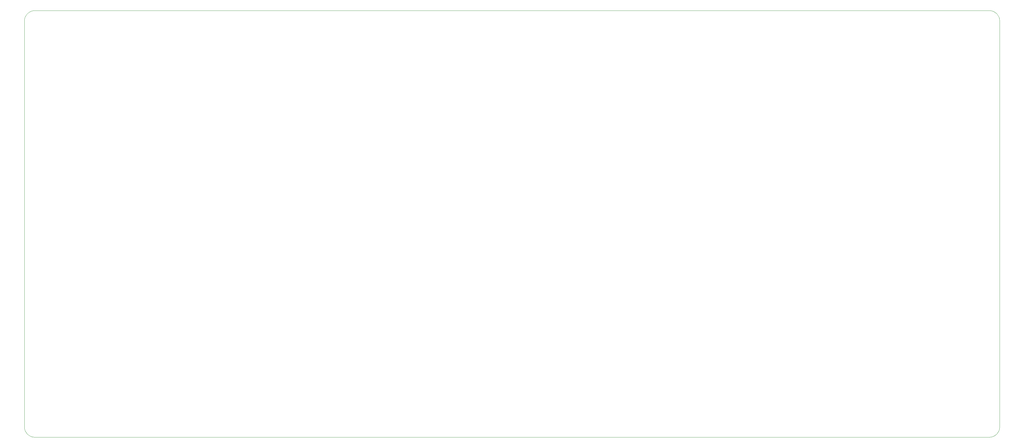
<source format=gbr>
%TF.GenerationSoftware,KiCad,Pcbnew,5.1.10-88a1d61d58~88~ubuntu20.10.1*%
%TF.CreationDate,2021-05-10T18:26:55-04:00*%
%TF.ProjectId,keyboard,6b657962-6f61-4726-942e-6b696361645f,rev?*%
%TF.SameCoordinates,Original*%
%TF.FileFunction,Profile,NP*%
%FSLAX46Y46*%
G04 Gerber Fmt 4.6, Leading zero omitted, Abs format (unit mm)*
G04 Created by KiCad (PCBNEW 5.1.10-88a1d61d58~88~ubuntu20.10.1) date 2021-05-10 18:26:55*
%MOMM*%
%LPD*%
G01*
G04 APERTURE LIST*
%TA.AperFunction,Profile*%
%ADD10C,0.050000*%
%TD*%
G04 APERTURE END LIST*
D10*
X292100000Y-41275000D02*
X292100000Y-168275000D01*
X593725000Y-38100000D02*
X295275000Y-38100000D01*
X596900000Y-168275000D02*
X596900000Y-41275000D01*
X295275000Y-171450000D02*
X593725000Y-171450000D01*
X295275000Y-171450000D02*
G75*
G02*
X292100000Y-168275000I0J3175000D01*
G01*
X596900000Y-168275000D02*
G75*
G02*
X593725000Y-171450000I-3175000J0D01*
G01*
X593725000Y-38100000D02*
G75*
G02*
X596900000Y-41275000I0J-3175000D01*
G01*
X292100000Y-41275000D02*
G75*
G02*
X295275000Y-38100000I3175000J0D01*
G01*
M02*

</source>
